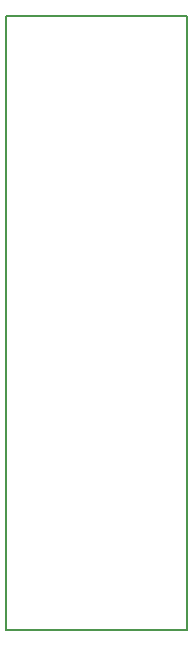
<source format=gko>
%FSLAX42Y42*%
%MOMM*%
G71*
G01*
G75*
G04 Layer_Color=16711935*
%ADD10R,2.30X3.00*%
%ADD11R,1.25X0.90*%
%ADD12R,0.90X0.90*%
%ADD13R,0.90X0.90*%
%ADD14R,0.90X1.25*%
%ADD15R,1.25X1.50*%
%ADD16R,1.50X1.25*%
%ADD17C,0.50*%
%ADD18C,0.30*%
%ADD19C,2.50*%
%ADD20C,4.00*%
%ADD21C,3.50*%
%ADD22C,2.50*%
%ADD23R,2.50X3.20*%
%ADD24R,1.45X1.10*%
%ADD25R,1.10X1.10*%
%ADD26R,1.10X1.10*%
%ADD27R,1.10X1.45*%
%ADD28R,1.45X1.70*%
%ADD29R,1.70X1.45*%
%ADD30C,3.70*%
%ADD31C,2.70*%
%ADD32C,0.20*%
D32*
X9330Y4900D02*
Y10100D01*
Y4900D02*
X10868D01*
X9330Y10100D02*
X10868D01*
Y4900D02*
Y10100D01*
M02*

</source>
